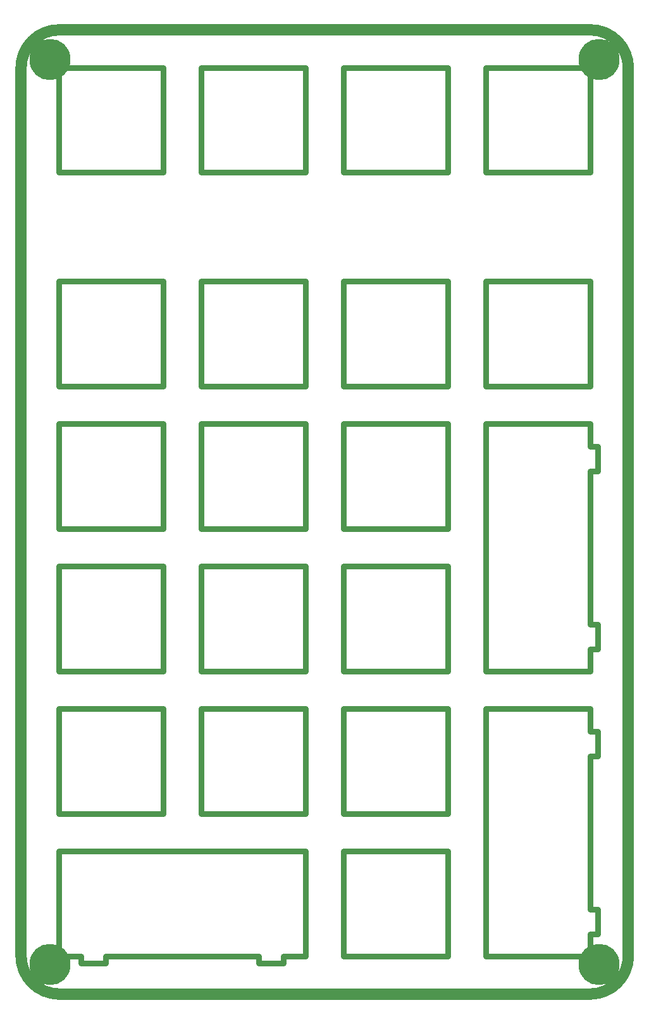
<source format=gbs>
%TF.GenerationSoftware,KiCad,Pcbnew,(7.0.0)*%
%TF.CreationDate,2023-02-27T14:02:19+01:00*%
%TF.ProjectId,MPad2040_Plate,4d506164-3230-4343-905f-506c6174652e,rev?*%
%TF.SameCoordinates,Original*%
%TF.FileFunction,Soldermask,Bot*%
%TF.FilePolarity,Negative*%
%FSLAX46Y46*%
G04 Gerber Fmt 4.6, Leading zero omitted, Abs format (unit mm)*
G04 Created by KiCad (PCBNEW (7.0.0)) date 2023-02-27 14:02:19*
%MOMM*%
%LPD*%
G01*
G04 APERTURE LIST*
%ADD10C,0.800000*%
%ADD11C,1.500000*%
%ADD12C,5.500000*%
G04 APERTURE END LIST*
D10*
X180181050Y-45893200D02*
X166181750Y-45893200D01*
X166181750Y-31894200D01*
X180181050Y-31894200D01*
X180181050Y-45893200D01*
X142081050Y-74468400D02*
X128081750Y-74468400D01*
X128081750Y-60469100D01*
X142081050Y-60469100D01*
X142081050Y-74468400D01*
D11*
X180167135Y-26829200D02*
X180167135Y-26829200D01*
G75*
G02*
X185247135Y-31909200I-35J-5080000D01*
G01*
X185247135Y-150654200D01*
G75*
G02*
X180167135Y-155734200I-5080035J0D01*
G01*
X109047135Y-155734200D01*
G75*
G02*
X103967135Y-150654200I-35J5080000D01*
G01*
X103967135Y-31909200D01*
G75*
G02*
X109047135Y-26829200I5079965J0D01*
G01*
X180167135Y-26829200D01*
D10*
X142081050Y-112568400D02*
X128081750Y-112568400D01*
X128081750Y-98569100D01*
X142081050Y-98569100D01*
X142081050Y-112568400D01*
X180181050Y-82494100D02*
X181151150Y-82494100D01*
X181151150Y-85793300D01*
X180181050Y-85793300D01*
X180181050Y-106294300D01*
X181151150Y-106294300D01*
X181151150Y-109593500D01*
X180181050Y-109593500D01*
X180181050Y-112568400D01*
X166181750Y-112568400D01*
X166181750Y-79519100D01*
X180181050Y-79519100D01*
X180181050Y-82494100D01*
X123031250Y-93518400D02*
X109031700Y-93518400D01*
X109031700Y-79519100D01*
X123031250Y-79519100D01*
X123031250Y-93518400D01*
X142081050Y-150668560D02*
X139106050Y-150668560D01*
X139106050Y-151638700D01*
X135806950Y-151638700D01*
X135806950Y-150668560D01*
X115305900Y-150668560D01*
X115305900Y-151638700D01*
X112006890Y-151638700D01*
X112006890Y-150668560D01*
X109031700Y-150668560D01*
X109031700Y-136669100D01*
X142081050Y-136669100D01*
X142081050Y-150668560D01*
X161131050Y-112568400D02*
X147131750Y-112568400D01*
X147131750Y-98569100D01*
X161131050Y-98569100D01*
X161131050Y-112568400D01*
X142081050Y-93518400D02*
X128081750Y-93518400D01*
X128081750Y-79519100D01*
X142081050Y-79519100D01*
X142081050Y-93518400D01*
X123031250Y-74468400D02*
X109031700Y-74468400D01*
X109031700Y-60469100D01*
X123031250Y-60469100D01*
X123031250Y-74468400D01*
X123031250Y-45893200D02*
X109031700Y-45893200D01*
X109031700Y-31894200D01*
X123031250Y-31894200D01*
X123031250Y-45893200D01*
X161131050Y-93518400D02*
X147131750Y-93518400D01*
X147131750Y-79519100D01*
X161131050Y-79519100D01*
X161131050Y-93518400D01*
X161131050Y-150668560D02*
X147131750Y-150668560D01*
X147131750Y-136669100D01*
X161131050Y-136669100D01*
X161131050Y-150668560D01*
X180181050Y-120594300D02*
X181151150Y-120594300D01*
X181151150Y-123893300D01*
X180181050Y-123893300D01*
X180181050Y-144394350D01*
X181151150Y-144394350D01*
X181151150Y-147693390D01*
X180181050Y-147693390D01*
X180181050Y-150668560D01*
X166181750Y-150668560D01*
X166181750Y-117619200D01*
X180181050Y-117619200D01*
X180181050Y-120594300D01*
X142081050Y-45893200D02*
X128081750Y-45893200D01*
X128081750Y-31894200D01*
X142081050Y-31894200D01*
X142081050Y-45893200D01*
X161131050Y-45893200D02*
X147131750Y-45893200D01*
X147131750Y-31894200D01*
X161131050Y-31894200D01*
X161131050Y-45893200D01*
X180181050Y-74468400D02*
X166181750Y-74468400D01*
X166181750Y-60469100D01*
X180181050Y-60469100D01*
X180181050Y-74468400D01*
X161131050Y-74468400D02*
X147131750Y-74468400D01*
X147131750Y-60469100D01*
X161131050Y-60469100D01*
X161131050Y-74468400D01*
X123031250Y-112568400D02*
X109031700Y-112568400D01*
X109031700Y-98569100D01*
X123031250Y-98569100D01*
X123031250Y-112568400D01*
X123031250Y-131618600D02*
X109031700Y-131618600D01*
X109031700Y-117619200D01*
X123031250Y-117619200D01*
X123031250Y-131618600D01*
X161131050Y-131618600D02*
X147131750Y-131618600D01*
X147131750Y-117619200D01*
X161131050Y-117619200D01*
X161131050Y-131618600D01*
X142081050Y-131618600D02*
X128081750Y-131618600D01*
X128081750Y-117619200D01*
X142081050Y-117619200D01*
X142081050Y-131618600D01*
D12*
%TO.C,*%
X181357135Y-30781700D03*
%TD*%
%TO.C,*%
X181357135Y-151781700D03*
%TD*%
%TO.C,*%
X107857135Y-151781700D03*
%TD*%
%TO.C,*%
X107857135Y-30781700D03*
%TD*%
M02*

</source>
